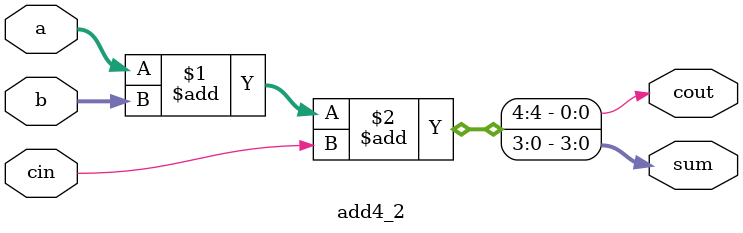
<source format=v>
module add4_2(cout,sum,a,b,cin);
output[3:0] sum;
output cout;
input[3:0] a,b;
input cin;
assign {cout,sum}=a+b+cin;
endmodule

</source>
